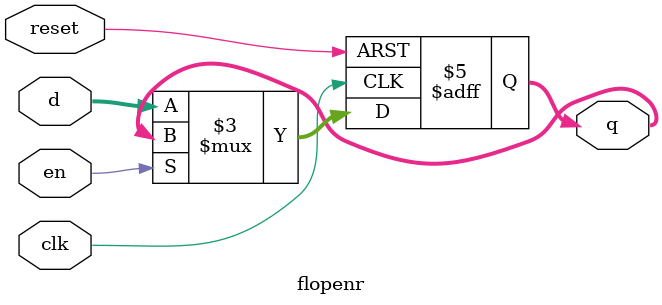
<source format=v>
module flopenr #(parameter WIDTH = 8) (clk, reset, en, d, q);
  input clk, reset, en;
  input [WIDTH-1:0] d;
  output reg [WIDTH-1:0] q;

  always @(posedge clk, posedge reset) begin
    if (reset)
      q <= 0;
    else if (!en)
      q <= d;
  end

endmodule
</source>
